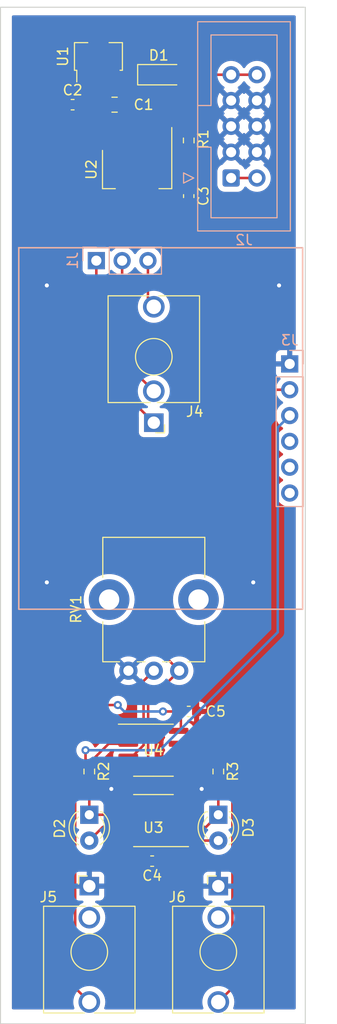
<source format=kicad_pcb>
(kicad_pcb (version 20211014) (generator pcbnew)
  (layers (0 "F.Cu" signal) (31 "B.Cu" signal) (34 "B.Paste" user) (35 "F.Paste" user) (36 "B.SilkS" user "B.Silkscreen") (37 "F.SilkS" user "F.Silkscreen") (38 "B.Mask" user) (39 "F.Mask" user) (44 "Edge.Cuts" user))
  (net 0 "")
  (net 1 "GND")
  (net 2 "Net-(C1-Pad2)")
  (net 3 "+5V")
  (net 4 "+3V3")
  (net 5 "Net-(D1-Pad2)")
  (net 6 "Net-(D2-Pad2)")
  (net 7 "Net-(D3-Pad2)")
  (net 8 "Net-(D3-Pad1)")
  (net 9 "RA")
  (net 10 "LA")
  (net 11 "RL")
  (net 12 "SIGNAL_OUT")
  (net 18 "GATE_OUT")
  (net 19 "Net-(D2-Pad1)")
  (net 20 "Net-(RV1-Pad2)")
  (net 21 "Net-(J2-Pad1)")
  (net 22 "Net-(C3-Pad1)")
  (footprint "Resistor_SMD:R_0603_1608Metric" (layer "F.Cu") (at 142.38415 54.200073 90)
    (fp_text reference "R1" (at 0.11629 1.421353 90) (layer "F.SilkS"))
    (fp_text value "10")
    (fp_line (start -0.237258 -0.5225) (end 0.237258 -0.5225) (layer "F.SilkS") (width 0.12))
    (fp_line (start -0.237258 0.5225) (end 0.237258 0.5225) (layer "F.SilkS") (width 0.12))
    (pad "1" smd roundrect locked (at -0.825 0 90) (size 0.8 0.95) (layers "F.Cu" "F.Paste" "F.Mask") (net 22 "Net-(C3-Pad1)"))
    (pad "2" smd roundrect locked (at 0.825 0 90) (size 0.8 0.95) (layers "F.Cu" "F.Paste" "F.Mask") (net 1 "GND"))
  )
  (footprint "Connector_Audio:Jack_3.5mm_QingPu_WQP-PJ398SM_Vertical_CircularHoles" (layer "F.Cu") (at 138.945489 81.961595 180)
    (fp_text reference "J4" (at -4.03 1.08) (layer "F.SilkS"))
    (fp_text value "AudioJack2_SwitchT")
    (fp_line (start -4.5 1.98) (end -4.5 12.48) (layer "F.SilkS") (width 0.12))
    (fp_line (start 4.5 1.98) (end 4.5 12.48) (layer "F.SilkS") (width 0.12))
    (fp_line (start -1.06 -1) (end -1.06 -0.2) (layer "F.SilkS") (width 0.12))
    (fp_line (start 4.5 1.98) (end 0.35 1.98) (layer "F.SilkS") (width 0.12))
    (fp_line (start -0.5 12.48) (end -4.5 12.48) (layer "F.SilkS") (width 0.12))
    (fp_line (start 4.5 12.48) (end 0.5 12.48) (layer "F.SilkS") (width 0.12))
    (fp_line (start -0.35 1.98) (end -4.5 1.98) (layer "F.SilkS") (width 0.12))
    (fp_line (start -1.06 -1) (end -0.2 -1) (layer "F.SilkS") (width 0.12))
    (fp_circle (center 0 6.48) (end 1.8 6.48) (layer "F.SilkS") (width 0.12) (fill none))
    (pad "S" thru_hole rect locked (at 0 0) (size 1.93 1.83) (drill 1.22) (layers *.Cu *.Mask) (net 9 "RA"))
    (pad "T" thru_hole circle locked (at 0 11.4) (size 2.13 2.13) (drill 1.43) (layers *.Cu *.Mask) (net 11 "RL"))
    (pad "TN" thru_hole circle locked (at 0 3.1) (size 2.13 2.13) (drill 1.42) (layers *.Cu *.Mask) (net 10 "LA"))
  )
  (footprint "LED_THT:LED_D3.0mm_FlatTop" (layer "F.Cu") (at 132.595489 120.530489 -90)
    (fp_text reference "D2" (at 1.366487 2.911339 90) (layer "F.SilkS"))
    (fp_text value "LED")
    (fp_line (start -0.29 -1.236) (end -0.29 -1.08) (layer "F.SilkS") (width 0.12))
    (fp_line (start -0.29 1.08) (end -0.29 1.236) (layer "F.SilkS") (width 0.12))
    (fp_arc (start 2.31113 1.079837) (mid 1.270117 1.5) (end 0.229039 1.08) (layer "F.SilkS") (width 0.12))
    (fp_arc (start 2.942335 1.078608) (mid 1.366487 1.987659) (end -0.29 1.235516) (layer "F.SilkS") (width 0.12))
    (fp_arc (start -0.29 -1.235516) (mid 1.366487 -1.987659) (end 2.942335 -1.078608) (layer "F.SilkS") (width 0.12))
    (fp_arc (start 0.229039 -1.08) (mid 1.270117 -1.5) (end 2.31113 -1.079837) (layer "F.SilkS") (width 0.12))
    (pad "1" thru_hole rect locked (at 0 0 270) (size 1.8 1.8) (drill 0.9) (layers *.Cu *.Mask) (net 19 "Net-(D2-Pad1)"))
    (pad "2" thru_hole circle locked (at 2.54 0 270) (size 1.8 1.8) (drill 0.9) (layers *.Cu *.Mask) (net 6 "Net-(D2-Pad2)"))
  )
  (footprint "Package_TO_SOT_SMD:SOT-89-3" (layer "F.Cu") (at 133.49415 46.235489 90)
    (fp_text reference "U1" (at 0.3 -3.5 90) (layer "F.SilkS"))
    (fp_text value "L78L05_SOT89")
    (fp_line (start -1.06 -2.36) (end -1.06 -2.13) (layer "F.SilkS") (width 0.12))
    (fp_line (start -1.06 2.36) (end -1.06 2.13) (layer "F.SilkS") (width 0.12))
    (fp_line (start -1.06 -2.36) (end 1.66 -2.36) (layer "F.SilkS") (width 0.12))
    (fp_line (start 1.66 -2.36) (end 1.66 -1.05) (layer "F.SilkS") (width 0.12))
    (fp_line (start 1.66 1.05) (end 1.66 2.36) (layer "F.SilkS") (width 0.12))
    (fp_line (start 1.66 2.36) (end -1.06 2.36) (layer "F.SilkS") (width 0.12))
    (fp_line (start -2.2 -2.13) (end -1.06 -2.13) (layer "F.SilkS") (width 0.12))
    (pad "1" smd rect locked (at -1.65 -1.5 90) (size 1.3 0.9) (layers "F.Cu" "F.Paste" "F.Mask") (net 3 "+5V"))
    (pad "2" smd custom locked (at -1.5625 0 90) (size 1.475 0.9) (layers "F.Cu" "F.Paste" "F.Mask") (net 1 "GND") (options (clearance outline) (anchor rect)) (primitives (gr_poly (pts (xy 3.8625 0.8665) (xy 0.7375 0.8665) (xy 0.7375 -0.8665) (xy 3.8625 -0.8665)) (width 0) (fill yes))))
    (pad "3" smd rect locked (at -1.65 1.5 90) (size 1.3 0.9) (layers "F.Cu" "F.Paste" "F.Mask") (net 2 "Net-(C1-Pad2)"))
  )
  (footprint "Connector_Audio:Jack_3.5mm_QingPu_WQP-PJ398SM_Vertical_CircularHoles" (layer "F.Cu") (at 145.295489 127.551595)
    (fp_text reference "J6" (at -4.03 1.08 180) (layer "F.SilkS"))
    (fp_text value "AudioJack2_SwitchT")
    (fp_line (start -0.35 1.98) (end -4.5 1.98) (layer "F.SilkS") (width 0.12))
    (fp_line (start -0.5 12.48) (end -4.5 12.48) (layer "F.SilkS") (width 0.12))
    (fp_line (start 4.5 12.48) (end 0.5 12.48) (layer "F.SilkS") (width 0.12))
    (fp_line (start -4.5 1.98) (end -4.5 12.48) (layer "F.SilkS") (width 0.12))
    (fp_line (start 4.5 1.98) (end 4.5 12.48) (layer "F.SilkS") (width 0.12))
    (fp_line (start -1.06 -1) (end -1.06 -0.2) (layer "F.SilkS") (width 0.12))
    (fp_line (start 4.5 1.98) (end 0.35 1.98) (layer "F.SilkS") (width 0.12))
    (fp_line (start -1.06 -1) (end -0.2 -1) (layer "F.SilkS") (width 0.12))
    (fp_circle (center 0 6.48) (end 1.8 6.48) (layer "F.SilkS") (width 0.12) (fill none))
    (pad "S" thru_hole rect locked (at 0 0 180) (size 1.93 1.83) (drill 1.22) (layers *.Cu *.Mask) (net 1 "GND"))
    (pad "T" thru_hole circle locked (at 0 11.4 180) (size 2.13 2.13) (drill 1.43) (layers *.Cu *.Mask) (net 18 "GATE_OUT"))
    (pad "TN" thru_hole circle locked (at 0 3.1 180) (size 2.13 2.13) (drill 1.42) (layers *.Cu *.Mask))
  )
  (footprint "Capacitor_SMD:C_0805_2012Metric" (layer "F.Cu") (at 135.08415 50.680489)
    (fp_text reference "C1" (at 2.855 0) (layer "F.SilkS"))
    (fp_text value "22u")
    (fp_line (start -0.261252 -0.735) (end 0.261252 -0.735) (layer "F.SilkS") (width 0.12))
    (fp_line (start -0.261252 0.735) (end 0.261252 0.735) (layer "F.SilkS") (width 0.12))
    (pad "1" smd roundrect locked (at -0.95 0) (size 1 1.45) (layers "F.Cu" "F.Paste" "F.Mask") (net 1 "GND"))
    (pad "2" smd roundrect locked (at 0.95 0) (size 1 1.45) (layers "F.Cu" "F.Paste" "F.Mask") (net 2 "Net-(C1-Pad2)"))
  )
  (footprint "Diode_SMD:D_SOD-123F" (layer "F.Cu") (at 139.555489 47.731595)
    (fp_text reference "D1" (at -0.127 -1.905) (layer "F.SilkS"))
    (fp_text value "1N5819")
    (fp_line (start -2.2 1) (end 1.65 1) (layer "F.SilkS") (width 0.12))
    (fp_line (start -2.2 -1) (end -2.2 1) (layer "F.SilkS") (width 0.12))
    (fp_line (start -2.2 -1) (end 1.65 -1) (layer "F.SilkS") (width 0.12))
    (pad "1" smd rect locked (at -1.4 0) (size 1.1 1.1) (layers "F.Cu" "F.Paste" "F.Mask") (net 2 "Net-(C1-Pad2)"))
    (pad "2" smd rect locked (at 1.4 0) (size 1.1 1.1) (layers "F.Cu" "F.Paste" "F.Mask") (net 5 "Net-(D1-Pad2)"))
  )
  (footprint "Package_SO:SOIC-8_3.9x4.9mm_P1.27mm" (layer "F.Cu") (at 138.909982 114.180489)
    (fp_text reference "U4" (at 0 0) (layer "F.SilkS"))
    (fp_text value "LM311")
    (fp_line (start 0 -2.56) (end -3.45 -2.56) (layer "F.SilkS") (width 0.12))
    (fp_line (start 0 2.56) (end 1.95 2.56) (layer "F.SilkS") (width 0.12))
    (fp_line (start 0 2.56) (end -1.95 2.56) (layer "F.SilkS") (width 0.12))
    (fp_line (start 0 -2.56) (end 1.95 -2.56) (layer "F.SilkS") (width 0.12))
    (pad "1" smd roundrect locked (at -2.475 -1.905) (size 1.95 0.6) (layers "F.Cu" "F.Paste" "F.Mask") (net 1 "GND"))
    (pad "2" smd roundrect locked (at -2.475 -0.635) (size 1.95 0.6) (layers "F.Cu" "F.Paste" "F.Mask") (net 12 "SIGNAL_OUT"))
    (pad "3" smd roundrect locked (at -2.475 0.635) (size 1.95 0.6) (layers "F.Cu" "F.Paste" "F.Mask") (net 20 "Net-(RV1-Pad2)"))
    (pad "4" smd roundrect locked (at -2.475 1.905) (size 1.95 0.6) (layers "F.Cu" "F.Paste" "F.Mask") (net 1 "GND"))
    (pad "5" smd roundrect locked (at 2.475 1.905) (size 1.95 0.6) (layers "F.Cu" "F.Paste" "F.Mask"))
    (pad "6" smd roundrect locked (at 2.475 0.635) (size 1.95 0.6) (layers "F.Cu" "F.Paste" "F.Mask"))
    (pad "7" smd roundrect locked (at 2.475 -0.635) (size 1.95 0.6) (layers "F.Cu" "F.Paste" "F.Mask") (net 18 "GATE_OUT"))
    (pad "8" smd roundrect locked (at 2.475 -1.905) (size 1.95 0.6) (layers "F.Cu" "F.Paste" "F.Mask") (net 3 "+5V"))
  )
  (footprint "Capacitor_SMD:C_0603_1608Metric" (layer "F.Cu") (at 142.38415 110.370489 180)
    (fp_text reference "C5" (at -2.664202 0) (layer "F.SilkS"))
    (fp_text value "0.1u")
    (fp_line (start -0.14058 0.51) (end 0.14058 0.51) (layer "F.SilkS") (width 0.12))
    (fp_line (start -0.14058 -0.51) (end 0.14058 -0.51) (layer "F.SilkS") (width 0.12))
    (pad "1" smd roundrect locked (at -0.775 0 180) (size 0.9 0.95) (layers "F.Cu" "F.Paste" "F.Mask") (net 1 "GND"))
    (pad "2" smd roundrect locked (at 0.775 0 180) (size 0.9 0.95) (layers "F.Cu" "F.Paste" "F.Mask") (net 3 "+5V"))
  )
  (footprint "Package_TO_SOT_SMD:SOT-223-3_TabPin2" (layer "F.Cu") (at 137.30415 57.030489 -90)
    (fp_text reference "U2" (at 0.03 4.506183 90) (layer "F.SilkS"))
    (fp_text value "LM1117-3.3")
    (fp_line (start 1.91 -3.41) (end 1.91 -2.15) (layer "F.SilkS") (width 0.12))
    (fp_line (start 1.91 3.41) (end 1.91 2.15) (layer "F.SilkS") (width 0.12))
    (fp_line (start -4.1 -3.41) (end 1.91 -3.41) (layer "F.SilkS") (width 0.12))
    (fp_line (start -1.85 3.41) (end 1.91 3.41) (layer "F.SilkS") (width 0.12))
    (pad "1" smd rect locked (at -3.15 -2.3 270) (size 2 1.5) (layers "F.Cu" "F.Paste" "F.Mask") (net 1 "GND"))
    (pad "2" smd rect locked (at -3.15 0 270) (size 2 1.5) (layers "F.Cu" "F.Paste" "F.Mask") (net 4 "+3V3"))
    (pad "2" smd rect locked (at 3.15 0 270) (size 2 3.8) (layers "F.Cu" "F.Paste" "F.Mask") (net 4 "+3V3"))
    (pad "3" smd rect locked (at -3.15 2.3 270) (size 2 1.5) (layers "F.Cu" "F.Paste" "F.Mask") (net 3 "+5V"))
  )
  (footprint "Resistor_SMD:R_0603_1608Metric" (layer "F.Cu") (at 145.295489 116.275489 -90)
    (fp_text reference "R3" (at 0 -1.43 90) (layer "F.SilkS"))
    (fp_text value "47")
    (fp_line (start -0.237258 -0.5225) (end 0.237258 -0.5225) (layer "F.SilkS") (width 0.12))
    (fp_line (start -0.237258 0.5225) (end 0.237258 0.5225) (layer "F.SilkS") (width 0.12))
    (pad "1" smd roundrect locked (at -0.825 0 270) (size 0.8 0.95) (layers "F.Cu" "F.Paste" "F.Mask") (net 18 "GATE_OUT"))
    (pad "2" smd roundrect locked (at 0.825 0 270) (size 0.8 0.95) (layers "F.Cu" "F.Paste" "F.Mask") (net 8 "Net-(D3-Pad1)"))
  )
  (footprint "Resistor_SMD:R_0603_1608Metric" (layer "F.Cu") (at 132.595489 116.275489 -90)
    (fp_text reference "R2" (at 0 -1.43 90) (layer "F.SilkS"))
    (fp_text value "47")
    (fp_line (start -0.237258 -0.5225) (end 0.237258 -0.5225) (layer "F.SilkS") (width 0.12))
    (fp_line (start -0.237258 0.5225) (end 0.237258 0.5225) (layer "F.SilkS") (width 0.12))
    (pad "1" smd roundrect locked (at -0.825 0 270) (size 0.8 0.95) (layers "F.Cu" "F.Paste" "F.Mask") (net 12 "SIGNAL_OUT"))
    (pad "2" smd roundrect locked (at 0.825 0 270) (size 0.8 0.95) (layers "F.Cu" "F.Paste" "F.Mask") (net 19 "Net-(D2-Pad1)"))
  )
  (footprint "Connector_Audio:Jack_3.5mm_QingPu_WQP-PJ398SM_Vertical_CircularHoles" (layer "F.Cu") (at 132.595489 127.551595)
    (fp_text reference "J5" (at -4.03 1.08 180) (layer "F.SilkS"))
    (fp_text value "AudioJack2_SwitchT")
    (fp_line (start -0.35 1.98) (end -4.5 1.98) (layer "F.SilkS") (width 0.12))
    (fp_line (start 4.5 1.98) (end 4.5 12.48) (layer "F.SilkS") (width 0.12))
    (fp_line (start -4.5 1.98) (end -4.5 12.48) (layer "F.SilkS") (width 0.12))
    (fp_line (start 4.5 12.48) (end 0.5 12.48) (layer "F.SilkS") (width 0.12))
    (fp_line (start -1.06 -1) (end -0.2 -1) (layer "F.SilkS") (width 0.12))
    (fp_line (start 4.5 1.98) (end 0.35 1.98) (layer "F.SilkS") (width 0.12))
    (fp_line (start -1.06 -1) (end -1.06 -0.2) (layer "F.SilkS") (width 0.12))
    (fp_line (start -0.5 12.48) (end -4.5 12.48) (layer "F.SilkS") (width 0.12))
    (fp_circle (center 0 6.48) (end 1.8 6.48) (layer "F.SilkS") (width 0.12) (fill none))
    (pad "S" thru_hole rect locked (at 0 0 180) (size 1.93 1.83) (drill 1.22) (layers *.Cu *.Mask) (net 1 "GND"))
    (pad "T" thru_hole circle locked (at 0 11.4 180) (size 2.13 2.13) (drill 1.43) (layers *.Cu *.Mask) (net 12 "SIGNAL_OUT"))
    (pad "TN" thru_hole circle locked (at 0 3.1 180) (size 2.13 2.13) (drill 1.42) (layers *.Cu *.Mask))
  )
  (footprint "Package_SO:SOIC-8_3.9x4.9mm_P1.27mm" (layer "F.Cu") (at 138.909982 121.104188 180)
    (fp_text reference "U3" (at 0 -0.696301) (layer "F.SilkS"))
    (fp_text value "TL072")
    (fp_line (start 0 -2.56) (end 1.95 -2.56) (layer "F.SilkS") (width 0.12))
    (fp_line (start 0 -2.56) (end -3.45 -2.56) (layer "F.SilkS") (width 0.12))
    (fp_line (start 0 2.56) (end -1.95 2.56) (layer "F.SilkS") (width 0.12))
    (fp_line (start 0 2.56) (end 1.95 2.56) (layer "F.SilkS") (width 0.12))
    (pad "1" smd roundrect locked (at -2.475 -1.905 180) (size 1.95 0.6) (layers "F.Cu" "F.Paste" "F.Mask") (net 7 "Net-(D3-Pad2)"))
    (pad "2" smd roundrect locked (at -2.475 -0.635 180) (size 1.95 0.6) (layers "F.Cu" "F.Paste" "F.Mask") (net 8 "Net-(D3-Pad1)"))
    (pad "3" smd roundrect locked (at -2.475 0.635 180) (size 1.95 0.6) (layers "F.Cu" "F.Paste" "F.Mask") (net 1 "GND"))
    (pad "4" smd roundrect locked (at -2.475 1.905 180) (size 1.95 0.6) (layers "F.Cu" "F.Paste" "F.Mask") (net 1 "GND"))
    (pad "5" smd roundrect locked (at 2.475 1.905 180) (size 1.95 0.6) (layers "F.Cu" "F.Paste" "F.Mask") (net 1 "GND"))
    (pad "6" smd roundrect locked (at 2.475 0.635 180) (size 1.95 0.6) (layers "F.Cu" "F.Paste" "F.Mask") (net 19 "Net-(D2-Pad1)"))
    (pad "7" smd roundrect locked (at 2.475 -0.635 180) (size 1.95 0.6) (layers "F.Cu" "F.Paste" "F.Mask") (net 6 "Net-(D2-Pad2)"))
    (pad "8" smd roundrect locked (at 2.475 -1.905 180) (size 1.95 0.6) (layers "F.Cu" "F.Paste" "F.Mask") (net 4 "+3V3"))
  )
  (footprint "Potentiometer_THT:Potentiometer_Alps_RK09K_Single_Vertical" (layer "F.Cu") (at 141.445489 106.361595 90)
    (fp_text reference "RV1" (at 6.05 -10.15 90) (layer "F.SilkS"))
    (fp_text value "R_Potentiometer")
    (fp_line (start 0.88 -1.629) (end 0.88 -0.87) (layer "F.SilkS") (width 0.12))
    (fp_line (start 9.184 2.52) (end 13.12 2.52) (layer "F.SilkS") (width 0.12))
    (fp_line (start 0.88 -4.129) (end 0.88 -3.37) (layer "F.SilkS") (width 0.12))
    (fp_line (start 0.88 0.87) (end 0.88 2.52) (layer "F.SilkS") (width 0.12))
    (fp_line (start 0.88 2.52) (end 4.817 2.52) (layer "F.SilkS") (width 0.12))
    (fp_line (start 13.12 -7.521) (end 13.12 2.52) (layer "F.SilkS") (width 0.12))
    (fp_line (start 0.88 -7.521) (end 4.817 -7.521) (layer "F.SilkS") (width 0.12))
    (fp_line (start 9.184 -7.521) (end 13.12 -7.521) (layer "F.SilkS") (width 0.12))
    (fp_line (start 0.88 -7.521) (end 0.88 -5.871) (layer "F.SilkS") (width 0.12))
    (pad "" np_thru_hole circle locked (at 7 -6.9 90) (size 4 4) (drill 2) (layers *.Cu *.Mask))
    (pad "" np_thru_hole circle locked (at 7 1.9 90) (size 4 4) (drill 2) (layers *.Cu *.Mask))
    (pad "1" thru_hole circle locked (at 0 0 90) (size 1.8 1.8) (drill 1) (layers *.Cu *.Mask) (net 4 "+3V3"))
    (pad "2" thru_hole circle locked (at 0 -2.5 90) (size 1.8 1.8) (drill 1) (layers *.Cu *.Mask) (net 20 "Net-(RV1-Pad2)"))
    (pad "3" thru_hole circle locked (at 0 -5 90) (size 1.8 1.8) (drill 1) (layers *.Cu *.Mask) (net 1 "GND"))
  )
  (footprint "Capacitor_SMD:C_0603_1608Metric" (layer "F.Cu") (at 138.781955 125.091709 180)
    (fp_text reference "C4" (at 0 -1.43) (layer "F.SilkS"))
    (fp_text value "0.1u")
    (fp_line (start -0.14058 -0.51) (end 0.14058 -0.51) (layer "F.SilkS") (width 0.12))
    (fp_line (start -0.14058 0.51) (end 0.14058 0.51) (layer "F.SilkS") (width 0.12))
    (pad "1" smd roundrect locked (at -0.775 0 180) (size 0.9 0.95) (layers "F.Cu" "F.Paste" "F.Mask") (net 1 "GND"))
    (pad "2" smd roundrect locked (at 0.775 0 180) (size 0.9 0.95) (layers "F.Cu" "F.Paste" "F.Mask") (net 4 "+3V3"))
  )
  (footprint "LED_THT:LED_D3.0mm_FlatTop" (layer "F.Cu") (at 145.295489 120.530489 -90)
    (fp_text reference "D3" (at 1.27 -2.96 90) (layer "F.SilkS"))
    (fp_text value "LED")
    (fp_line (start -0.29 1.08) (end -0.29 1.236) (layer "F.SilkS") (width 0.12))
    (fp_line (start -0.29 -1.236) (end -0.29 -1.08) (layer "F.SilkS") (width 0.12))
    (fp_arc (start 2.31113 1.079837) (mid 1.270117 1.5) (end 0.229039 1.08) (layer "F.SilkS") (width 0.12))
    (fp_arc (start 0.229039 -1.08) (mid 1.270117 -1.5) (end 2.31113 -1.079837) (layer "F.SilkS") (width 0.12))
    (fp_arc (start -0.29 -1.235516) (mid 1.366487 -1.987659) (end 2.942335 -1.078608) (layer "F.SilkS") (width 0.12))
    (fp_arc (start 2.942335 1.078608) (mid 1.366487 1.987659) (end -0.29 1.235516) (layer "F.SilkS") (width 0.12))
    (pad "1" thru_hole rect locked (at 0 0 270) (size 1.8 1.8) (drill 0.9) (layers *.Cu *.Mask) (net 8 "Net-(D3-Pad1)"))
    (pad "2" thru_hole circle locked (at 2.54 0 270) (size 1.8 1.8) (drill 0.9) (layers *.Cu *.Mask) (net 7 "Net-(D3-Pad2)"))
  )
  (footprint "Capacitor_SMD:C_0603_1608Metric" (layer "F.Cu") (at 130.95415 50.680489)
    (fp_text reference "C2" (at 0 -1.43) (layer "F.SilkS"))
    (fp_text value "10u")
    (fp_line (start -0.14058 0.51) (end 0.14058 0.51) (layer "F.SilkS") (width 0.12))
    (fp_line (start -0.14058 -0.51) (end 0.14058 -0.51) (layer "F.SilkS") (width 0.12))
    (pad "1" smd roundrect locked (at -0.775 0) (size 0.9 0.95) (layers "F.Cu" "F.Paste" "F.Mask") (net 1 "GND"))
    (pad "2" smd roundrect locked (at 0.775 0) (size 0.9 0.95) (layers "F.Cu" "F.Paste" "F.Mask") (net 3 "+5V"))
  )
  (footprint "Capacitor_SMD:C_0603_1608Metric" (layer "F.Cu") (at 142.38415 59.671595 -90)
    (fp_text reference "C3" (at 0 -1.43 90) (layer "F.SilkS"))
    (fp_text value "10u")
    (fp_line (start -0.14058 0.51) (end 0.14058 0.51) (layer "F.SilkS") (width 0.12))
    (fp_line (start -0.14058 -0.51) (end 0.14058 -0.51) (layer "F.SilkS") (width 0.12))
    (pad "1" smd roundrect locked (at -0.775 0 270) (size 0.9 0.95) (layers "F.Cu" "F.Paste" "F.Mask") (net 22 "Net-(C3-Pad1)"))
    (pad "2" smd roundrect locked (at 0.775 0 270) (size 0.9 0.95) (layers "F.Cu" "F.Paste" "F.Mask") (net 4 "+3V3"))
  )
  (footprint "Connector_IDC:IDC-Header_2x05_P2.54mm_Vertical" (layer "B.Cu") (at 146.555489 57.891595)
    (fp_text reference "J2" (at 1.27 6.1) (layer "B.SilkS") (effects (justify mirror)))
    (fp_text value "Conn_02x05_Odd_Even")
    (fp_line (start -1.98 -14.07) (end -1.98 -7.13) (layer "B.SilkS") (width 0.12))
    (fp_line (start -4.68 -0.5) (end -3.68 0) (layer "B.SilkS") (width 0.12))
    (fp_line (start 4.52 -14.07) (end -1.98 -14.07) (layer "B.SilkS") (width 0.12))
    (fp_line (start -3.29 -3.03) (end -1.98 -3.03) (layer "B.SilkS") (width 0.12))
    (fp_line (start -4.68 0.5) (end -4.68 -0.5) (layer "B.SilkS") (width 0.12))
    (fp_line (start 5.83 -15.37) (end -3.29 -15.37) (layer "B.SilkS") (width 0.12))
    (fp_line (start -3.29 5.21) (end 5.83 5.21) (layer "B.SilkS") (width 0.12))
    (fp_line (start -1.98 -7.13) (end -3.29 -7.13) (layer "B.SilkS") (width 0.12))
    (fp_line (start -3.29 -15.37) (end -3.29 5.21) (layer "B.SilkS") (width 0.12))
    (fp_line (start -1.98 3.91) (end 4.52 3.91) (layer "B.SilkS") (width 0.12))
    (fp_line (start 4.52 3.91) (end 4.52 -14.07) (layer "B.SilkS") (width 0.12))
    (fp_line (start 5.83 5.21) (end 5.83 -15.37) (layer "B.SilkS") (width 0.12))
    (fp_line (start -1.98 -3.03) (end -1.98 3.91) (layer "B.SilkS") (width 0.12))
    (fp_line (start -1.98 -7.13) (end -1.98 -7.13) (layer "B.SilkS") (width 0.12))
    (fp_line (start -3.68 0) (end -4.68 0.5) (layer "B.SilkS") (width 0.12))
    (pad "1" thru_hole roundrect locked (at 0 0) (size 1.7 1.7) (drill 1) (layers *.Cu *.Mask) (roundrect_rratio 0.1470588235) (net 21 "Net-(J2-Pad1)"))
    (pad "2" thru_hole circle locked (at 2.54 0) (size 1.7 1.7) (drill 1) (layers *.Cu *.Mask) (net 21 "Net-(J2-Pad1)"))
    (pad "3" thru_hole circle locked (at 0 -2.54) (size 1.7 1.7) (drill 1) (layers *.Cu *.Mask) (net 1 "GND"))
    (pad "4" thru_hole circle locked (at 2.54 -2.54) (size 1.7 1.7) (drill 1) (layers *.Cu *.Mask) (net 1 "GND"))
    (pad "5" thru_hole circle locked (at 0 -5.08) (size 1.7 1.7) (drill 1) (layers *.Cu *.Mask) (net 1 "GND"))
    (pad "6" thru_hole circle locked (at 2.54 -5.08) (size 1.7 1.7) (drill 1) (layers *.Cu *.Mask) (net 1 "GND"))
    (pad "7" thru_hole circle locked (at 0 -7.62) (size 1.7 1.7) (drill 1) (layers *.Cu *.Mask) (net 1 "GND"))
    (pad "8" thru_hole circle locked (at 2.54 -7.62) (size 1.7 1.7) (drill 1) (layers *.Cu *.Mask) (net 1 "GND"))
    (pad "9" thru_hole circle locked (at 0 -10.16) (size 1.7 1.7) (drill 1) (layers *.Cu *.Mask) (net 5 "Net-(D1-Pad2)"))
    (pad "10" thru_hole circle locked (at 2.54 -10.16) (size 1.7 1.7) (drill 1) (layers *.Cu *.Mask) (net 5 "Net-(D1-Pad2)"))
  )
  (footprint "Connector_PinHeader_2.54mm:PinHeader_1x06_P2.54mm_Vertical" (layer "B.Cu") (at 152.322667 76.181595 180)
    (fp_text reference "J3" (at 0 2.33) (layer "B.SilkS") (effects (justify mirror)))
    (fp_text value "Conn_01x06")
    (fp_line (start -1.33 -1.27) (end -1.33 -14.03) (layer "B.SilkS") (width 0.12))
    (fp_line (start -1.33 -14.03) (end 1.33 -14.03) (layer "B.SilkS") (width 0.12))
    (fp_line (start -1.33 0) (end -1.33 1.33) (layer "B.SilkS") (width 0.12))
    (fp_line (start -1.33 -1.27) (end 1.33 -1.27) (layer "B.SilkS") (width 0.12))
    (fp_line (start 1.33 -1.27) (end 1.33 -14.03) (layer "B.SilkS") (width 0.12))
    (fp_line (start -1.33 1.33) (end 0 1.33) (layer "B.SilkS") (width 0.12))
    (pad "1" thru_hole rect locked (at 0 0 180) (size 1.7 1.7) (drill 1) (layers *.Cu *.Mask) (net 1 "GND"))
    (pad "2" thru_hole oval locked (at 0 -2.54 180) (size 1.7 1.7) (drill 1) (layers *.Cu *.Mask) (net 4 "+3V3"))
    (pad "3" thru_hole oval locked (at 0 -5.08 180) (size 1.7 1.7) (drill 1) (layers *.Cu *.Mask) (net 12 "SIGNAL_OUT"))
    (pad "4" thru_hole oval locked (at 0 -7.62 180) (size 1.7 1.7) (drill 1) (layers *.Cu *.Mask))
    (pad "5" thru_hole oval locked (at 0 -10.16 180) (size 1.7 1.7) (drill 1) (layers *.Cu *.Mask))
    (pad "6" thru_hole oval locked (at 0 -12.7 180) (size 1.7 1.7) (drill 1) (layers *.Cu *.Mask))
  )
  (footprint "Connector_PinHeader_2.54mm:PinHeader_1x03_P2.54mm_Vertical" (layer "B.Cu") (at 133.287667 66.021595 -90)
    (fp_text reference "J1" (at 0 2.33 90) (layer "B.SilkS") (effects (justify mirror)))
    (fp_text value "Conn_01x03")
    (fp_line (start -1.33 1.33) (end 0 1.33) (layer "B.SilkS") (width 0.12))
    (fp_line (start 1.33 -1.27) (end 1.33 -6.41) (layer "B.SilkS") (width 0.12))
    (fp_line (start -1.33 0) (end -1.33 1.33) (layer "B.SilkS") (width 0.12))
    (fp_line (start -1.33 -6.41) (end 1.33 -6.41) (layer "B.SilkS") (width 0.12))
    (fp_line (start -1.33 -1.27) (end -1.33 -6.41) (layer "B.SilkS") (width 0.12))
    (fp_line (start -1.33 -1.27) (end 1.33 -1.27) (layer "B.SilkS") (width 0.12))
    (pad "1" thru_hole rect locked (at 0 0 270) (size 1.7 1.7) (drill 1) (layers *.Cu *.Mask) (net 9 "RA"))
    (pad "2" thru_hole oval locked (at 0 -2.54 270) (size 1.7 1.7) (drill 1) (layers *.Cu *.Mask) (net 10 "LA"))
    (pad "3" thru_hole oval locked (at 0 -5.08 270) (size 1.7 1.7) (drill 1) (layers *.Cu *.Mask) (net 11 "RL"))
  )
  (gr_rect (start 125.652667 64.751595) (end 153.592667 100.311595) (layer "B.SilkS") (width 0.15) (fill none))
  (gr_rect (start 123.855489 41.091595) (end 153.855489 141.091595) (layer "Edge.Cuts") (width 0.1) (fill none))
  (via (at 148.73415 97.670489) (size 0.8) (drill 0.4) (layers "F.Cu" "B.Cu") (net 1))
  (via (at 128.41415 68.460489) (size 0.8) (drill 0.4) (layers "F.Cu" "B.Cu") (net 1))
  (via (at 151.27415 68.460489) (size 0.8) (drill 0.4) (layers "F.Cu" "B.Cu") (net 1))
  (via (at 143.65415 117.990489) (size 0.8) (drill 0.4) (layers "F.Cu" "B.Cu") (net 1))
  (via (at 134.76415 117.990489) (size 0.8) (drill 0.4) (layers "F.Cu" "B.Cu") (net 1))
  (via (at 128.41415 97.670489) (size 0.8) (drill 0.4) (layers "F.Cu" "B.Cu") (net 1))
  (segment (start 134.99415 47.885489) (end 134.99415 49.640489) (width 0.25) (layer "F.Cu") (net 2))
  (segment (start 134.99415 49.640489) (end 136.03415 50.680489) (width 0.25) (layer "F.Cu") (net 2))
  (segment (start 138.001595 47.885489) (end 138.155489 47.731595) (width 0.25) (layer "F.Cu") (net 2))
  (segment (start 134.99415 47.885489) (end 138.001595 47.885489) (width 0.25) (layer "F.Cu") (net 2))
  (segment (start 135.00415 58.695489) (end 129.68415 64.015489) (width 0.25) (layer "F.Cu") (net 3))
  (segment (start 129.68415 64.015489) (end 129.68415 105.290489) (width 0.25) (layer "F.Cu") (net 3))
  (segment (start 134.92915 53.880489) (end 131.72915 50.680489) (width 0.25) (layer "F.Cu") (net 3))
  (segment (start 135.00415 53.880489) (end 134.92915 53.880489) (width 0.25) (layer "F.Cu") (net 3))
  (segment (start 135.00415 53.880489) (end 135.00415 58.695489) (width 0.25) (layer "F.Cu") (net 3))
  (segment (start 139.84415 110.370489) (end 141.60915 110.370489) (width 0.25) (layer "F.Cu") (net 3))
  (segment (start 141.60915 110.370489) (end 141.60915 112.051321) (width 0.25) (layer "F.Cu") (net 3))
  (segment (start 129.68415 105.290489) (end 134.12915 109.735489) (width 0.25) (layer "F.Cu") (net 3))
  (segment (start 141.60915 112.051321) (end 141.384982 112.275489) (width 0.25) (layer "F.Cu") (net 3))
  (segment (start 131.99415 47.885489) (end 131.99415 50.415489) (width 0.25) (layer "F.Cu") (net 3))
  (segment (start 135.39915 109.735489) (end 134.12915 109.735489) (width 0.25) (layer "F.Cu") (net 3))
  (segment (start 131.99415 50.415489) (end 131.72915 50.680489) (width 0.25) (layer "F.Cu") (net 3))
  (via (at 139.84415 110.370489) (size 0.8) (drill 0.4) (layers "F.Cu" "B.Cu") (net 3))
  (via (at 135.39915 109.735489) (size 0.8) (drill 0.4) (layers "F.Cu" "B.Cu") (net 3))
  (segment (start 136.03415 110.370489) (end 139.84415 110.370489) (width 0.25) (layer "B.Cu") (net 3))
  (segment (start 135.39915 109.735489) (end 136.03415 110.370489) (width 0.25) (layer "B.Cu") (net 3))
  (segment (start 138.006955 124.581161) (end 136.434982 123.009188) (width 0.25) (layer "F.Cu") (net 4))
  (segment (start 139.84415 88.780489) (end 149.903044 78.721595) (width 0.25) (layer "F.Cu") (net 4))
  (segment (start 142.118044 60.180489) (end 142.38415 60.446595) (width 0.25) (layer "F.Cu") (net 4))
  (segment (start 149.903044 78.721595) (end 142.38415 71.202701) (width 0.25) (layer "F.Cu") (net 4))
  (segment (start 138.38867 124.709994) (end 138.38867 109.418414) (width 0.25) (layer "F.Cu") (net 4))
  (segment (start 138.006955 125.091709) (end 138.006955 124.581161) (width 0.25) (layer "F.Cu") (net 4))
  (segment (start 149.903044 78.721595) (end 152.322667 78.721595) (width 0.25) (layer "F.Cu") (net 4))
  (segment (start 138.006955 125.091709) (end 138.38867 124.709994) (width 0.25) (layer "F.Cu") (net 4))
  (segment (start 138.38867 109.418414) (end 141.445489 106.361595) (width 0.25) (layer "F.Cu") (net 4))
  (segment (start 141.445489 106.361595) (end 139.84415 104.760256) (width 0.25) (layer "F.Cu") (net 4))
  (segment (start 137.30415 53.880489) (end 137.30415 60.180489) (width 0.25) (layer "F.Cu") (net 4))
  (segment (start 142.38415 71.202701) (end 142.38415 60.446595) (width 0.25) (layer "F.Cu") (net 4))
  (segment (start 137.30415 60.180489) (end 142.118044 60.180489) (width 0.25) (layer "F.Cu") (net 4))
  (segment (start 139.84415 104.760256) (end 139.84415 88.780489) (width 0.25) (layer "F.Cu") (net 4))
  (segment (start 146.555489 47.731595) (end 140.955489 47.731595) (width 0.25) (layer "F.Cu") (net 5))
  (segment (start 146.555489 47.731595) (end 149.095489 47.731595) (width 0.25) (layer "F.Cu") (net 5))
  (segment (start 136.434982 121.739188) (end 133.92679 121.739188) (width 0.25) (layer "F.Cu") (net 6))
  (segment (start 133.92679 121.739188) (end 132.595489 123.070489) (width 0.25) (layer "F.Cu") (net 6))
  (segment (start 141.446283 123.070489) (end 145.295489 123.070489) (width 0.25) (layer "F.Cu") (net 7))
  (segment (start 141.384982 123.009188) (end 141.446283 123.070489) (width 0.25) (layer "F.Cu") (net 7))
  (segment (start 144.08679 121.739188) (end 145.295489 120.530489) (width 0.25) (layer "F.Cu") (net 8))
  (segment (start 145.295489 120.530489) (end 145.295489 117.100489) (width 0.25) (layer "F.Cu") (net 8))
  (segment (start 141.384982 121.739188) (end 144.08679 121.739188) (width 0.25) (layer "F.Cu") (net 8))
  (segment (start 133.287667 76.303773) (end 138.945489 81.961595) (width 0.25) (layer "F.Cu") (net 9))
  (segment (start 133.287667 66.021595) (end 133.287667 76.303773) (width 0.25) (layer "F.Cu") (net 9))
  (segment (start 135.827667 75.743773) (end 138.945489 78.861595) (width 0.25) (layer "F.Cu") (net 10))
  (segment (start 135.827667 66.021595) (end 135.827667 75.743773) (width 0.25) (layer "F.Cu") (net 10))
  (segment (start 138.367667 66.021595) (end 138.367667 69.983773) (width 0.25) (layer "F.Cu") (net 11))
  (segment (start 138.367667 69.983773) (end 138.945489 70.561595) (width 0.25) (layer "F.Cu") (net 11))
  (segment (start 134.500489 113.545489) (end 136.434982 113.545489) (width 0.25) (layer "F.Cu") (net 12))
  (segment (start 131.205978 137.562084) (end 131.205978 116.84) (width 0.25) (layer "F.Cu") (net 12))
  (segment (start 132.22415 115.07915) (end 132.595489 115.450489) (width 0.25) (layer "F.Cu") (net 12))
  (segment (start 132.22415 114.180489) (end 132.22415 115.07915) (width 0.25) (layer "F.Cu") (net 12))
  (segment (start 131.205978 116.84) (end 132.595489 115.450489) (width 0.25) (layer "F.Cu") (net 12))
  (segment (start 132.595489 138.951595) (end 131.205978 137.562084) (width 0.25) (layer "F.Cu") (net 12))
  (segment (start 132.595489 115.450489) (end 134.500489 113.545489) (width 0.25) (layer "F.Cu") (net 12))
  (via (at 132.22415 114.180489) (size 0.8) (drill 0.4) (layers "F.Cu" "B.Cu") (net 12))
  (segment (start 139.53734 114.180489) (end 151.148156 102.569673) (width 0.25) (layer "B.Cu") (net 12))
  (segment (start 132.22415 114.180489) (end 139.53734 114.180489) (width 0.25) (layer "B.Cu") (net 12))
  (segment (start 151.148156 82.436106) (end 152.322667 81.261595) (width 0.25) (layer "B.Cu") (net 12))
  (segment (start 151.148156 102.569673) (end 151.148156 82.436106) (width 0.25) (layer "B.Cu") (net 12))
  (segment (start 141.384982 113.545489) (end 143.390489 113.545489) (width 0.25) (layer "F.Cu") (net 18))
  (segment (start 143.390489 113.545489) (end 145.295489 115.450489) (width 0.25) (layer "F.Cu") (net 18))
  (segment (start 145.295489 138.951595) (end 146.685 137.562084) (width 0.25) (layer "F.Cu") (net 18))
  (segment (start 146.685 116.84) (end 145.295489 115.450489) (width 0.25) (layer "F.Cu") (net 18))
  (segment (start 146.685 137.562084) (end 146.685 116.84) (width 0.25) (layer "F.Cu") (net 18))
  (segment (start 132.595489 117.100489) (end 132.595489 120.530489) (width 0.25) (layer "F.Cu") (net 19))
  (segment (start 136.373681 120.530489) (end 132.595489 120.530489) (width 0.25) (layer "F.Cu") (net 19))
  (segment (start 136.434982 120.469188) (end 136.373681 120.530489) (width 0.25) (layer "F.Cu") (net 19))
  (segment (start 136.811054 114.815489) (end 137.93915 113.687393) (width 0.25) (layer "F.Cu") (net 20))
  (segment (start 136.434982 114.815489) (end 136.811054 114.815489) (width 0.25) (layer "F.Cu") (net 20))
  (segment (start 137.93915 113.687393) (end 137.93915 107.367934) (width 0.25) (layer "F.Cu") (net 20))
  (segment (start 137.93915 107.367934) (end 138.945489 106.361595) (width 0.25) (layer "F.Cu") (net 20))
  (segment (start 146.555489 57.891595) (end 149.095489 57.891595) (width 0.25) (layer "F.Cu") (net 21))
  (segment (start 142.38415 58.896595) (end 142.38415 55.025073) (width 0.25) (layer "F.Cu") (net 22))
  (zone (net 1) (net_name "GND") (layers F&B.Cu) (connect_pads (clearance 0.508)) (min_thickness 0.254) (fill yes (thermal_gap 0.508) (thermal_bridge_width 0.508))
    (polygon (pts (xy 152.915489 139.681595) (xy 124.975489 139.681595) (xy 124.975489 41.891595) (xy 152.915489 41.891595)))
  )
)
</source>
